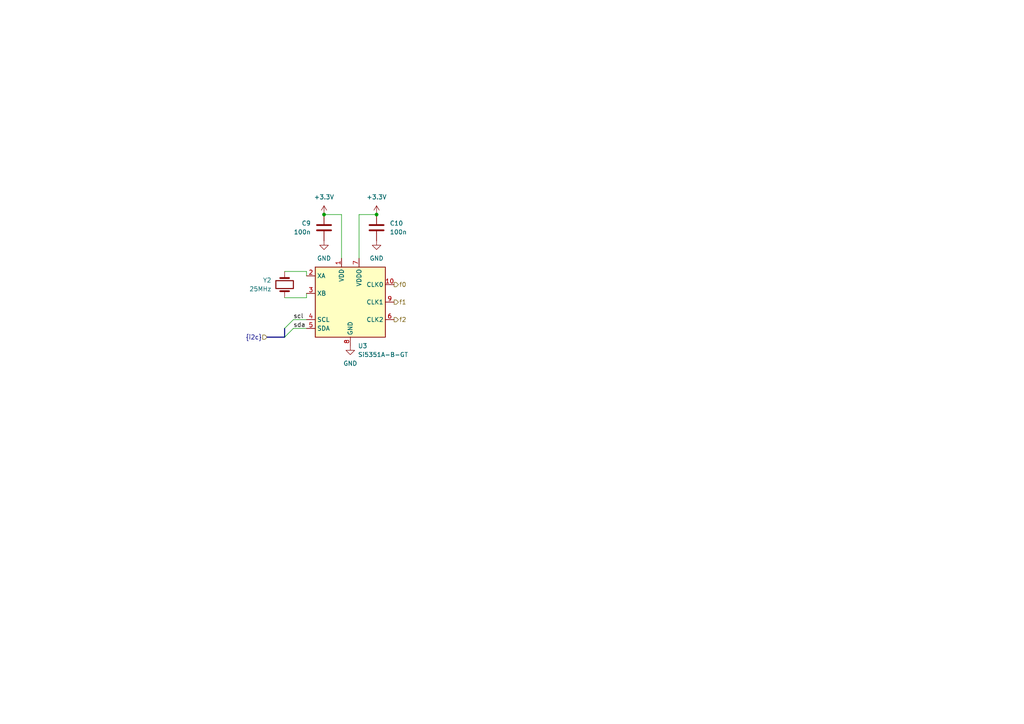
<source format=kicad_sch>
(kicad_sch (version 20230121) (generator eeschema)
  (paper "A4")
  (lib_symbols
    (symbol "Device:C" (pin_numbers hide) (pin_names (offset 0.254))
      (property "Reference" "C" (at 0.635 2.54 0))
      (property "Value" "C" (at 0.635 -2.54 0))
      (symbol "C_0_1"
        (polyline (pts (xy -2.032 -0.762) (xy 2.032 -0.762)) (stroke (width 0.508)))
        (polyline (pts (xy -2.032 0.762) (xy 2.032 0.762)) (stroke (width 0.508)))
      )
      (symbol "C_1_1"
        (pin passive line (at 0 3.81 270) (length 2.794) (name "~") (number "1"))
        (pin passive line (at 0 -3.81 90) (length 2.794) (name "~") (number "2"))
      )
    )
    (symbol "Device:Crystal" (pin_numbers hide) (pin_names (offset 1.016) hide)
      (property "Reference" "Y" (at 0 3.81 0))
      (property "Value" "Crystal" (at 0 -3.81 0))
      (symbol "Crystal_0_1"
        (rectangle (start -1.143 2.54) (end 1.143 -2.54) (stroke (width 0.3048)))
        (polyline (pts (xy -2.54 0) (xy -1.905 0)))
        (polyline (pts (xy -1.905 -1.27) (xy -1.905 1.27)) (stroke (width 0.508)))
        (polyline (pts (xy 1.905 -1.27) (xy 1.905 1.27)) (stroke (width 0.508)))
        (polyline (pts (xy 2.54 0) (xy 1.905 0)))
      )
      (symbol "Crystal_1_1"
        (pin passive line (at -3.81 0 0) (length 1.27) (name "1") (number "1"))
        (pin passive line (at 3.81 0 180) (length 1.27) (name "2") (number "2"))
      )
    )
    (symbol "Oscillator:Si5351A-B-GT"
      (property "Reference" "U" (at -8.89 11.43 0))
      (property "Value" "Si5351A-B-GT" (at -12.7 -12.7 0))
      (symbol "Si5351A-B-GT_0_1"
        (rectangle (start -10.16 10.16) (end 10.16 -10.16) (stroke (width 0.254)) (fill (type background)))
      )
      (symbol "Si5351A-B-GT_1_1"
        (pin power_in line (at -2.54 12.7 270) (length 2.54) (name "VDD") (number "1"))
        (pin output line (at 12.7 5.08 180) (length 2.54) (name "CLK0") (number "10"))
        (pin input line (at -12.7 7.62 0) (length 2.54) (name "XA") (number "2"))
        (pin input line (at -12.7 2.54 0) (length 2.54) (name "XB") (number "3"))
        (pin input line (at -12.7 -5.08 0) (length 2.54) (name "SCL") (number "4"))
        (pin bidirectional line (at -12.7 -7.62 0) (length 2.54) (name "SDA") (number "5"))
        (pin output line (at 12.7 -5.08 180) (length 2.54) (name "CLK2") (number "6"))
        (pin power_in line (at 2.54 12.7 270) (length 2.54) (name "VDDO") (number "7"))
        (pin power_in line (at 0 -12.7 90) (length 2.54) (name "GND") (number "8"))
        (pin output line (at 12.7 0 180) (length 2.54) (name "CLK1") (number "9"))
      )
    )
    (symbol "power:+3.3V" (power) (pin_names (offset 0))
      (property "Value" "+3.3V" (at 0 3.556 0))
      (symbol "+3.3V_0_1"
        (polyline (pts (xy -0.762 1.27) (xy 0 2.54)))
        (polyline (pts (xy 0 0) (xy 0 2.54)))
        (polyline (pts (xy 0 2.54) (xy 0.762 1.27)))
      )
      (symbol "+3.3V_1_1"
        (pin power_in line (at 0 0 90) (length 0) hide (name "+3.3V") (number "1"))
      )
    )
    (symbol "power:GND" (power) (pin_names (offset 0))
      (property "Value" "GND" (at 0 -3.81 0))
      (symbol "GND_0_1"
        (polyline (pts (xy 0 0) (xy 0 -1.27) (xy 1.27 -1.27) (xy 0 -2.54) (xy -1.27 -1.27) (xy 0 -1.27)))
      )
      (symbol "GND_1_1"
        (pin power_in line (at 0 0 270) (length 0) hide (name "GND") (number "1"))
      )
    )
  )
  (junction (at 93.98 62.23))
  (junction (at 109.22 62.23))
  (bus_entry (at 82.55 95.25) (size 2.54 -2.54))
  (bus_entry (at 82.55 97.79) (size 2.54 -2.54))
  (wire (pts (xy 99.06 62.23) (xy 99.06 74.93)))
  (wire (pts (xy 85.09 95.25) (xy 88.9 95.25)))
  (wire (pts (xy 104.14 74.93) (xy 104.14 62.23)))
  (wire (pts (xy 88.9 86.36) (xy 82.55 86.36)))
  (wire (pts (xy 93.98 62.23) (xy 99.06 62.23)))
  (wire (pts (xy 82.55 78.74) (xy 88.9 78.74)))
  (wire (pts (xy 88.9 85.09) (xy 88.9 86.36)))
  (bus (pts (xy 77.47 97.79) (xy 82.55 97.79)))
  (wire (pts (xy 88.9 78.74) (xy 88.9 80.01)))
  (wire (pts (xy 104.14 62.23) (xy 109.22 62.23)))
  (bus (pts (xy 82.55 95.25) (xy 82.55 97.79)))
  (wire (pts (xy 85.09 92.71) (xy 88.9 92.71)))
  (label "scl" (at 85.09 92.71 0))
  (label "sda" (at 85.09 95.25 0))
  (hierarchical_label "{i2c}" (shape input) (at 77.47 97.79 180))
  (hierarchical_label "f2" (shape output) (at 114.3 92.71 0))
  (hierarchical_label "f1" (shape output) (at 114.3 87.63 0))
  (hierarchical_label "f0" (shape output) (at 114.3 82.55 0))
  (symbol (lib_id "Device:Crystal") (at 82.55 82.55 90) (mirror x) (unit 1)
    (property "Reference" "Y2" (at 78.74 81.28 90) (effects (justify left)))
    (property "Value" "25MHz" (at 78.74 83.82 90) (effects (justify left)))
  )
  (symbol (lib_id "power:+3.3V") (at 109.22 62.23 0) (unit 1)
    (property "Reference" "#PWR036" (effects hide))
    (property "Value" "+3.3V" (at 109.22 57.15 0))
    (instances (project "main" (path "" (reference "#PWR036") (unit 1)) (path "" (reference "#PWR035") (unit 1))))
  )
  (symbol (lib_id "Device:C") (at 93.98 66.04 0) (mirror y) (unit 1)
    (property "Reference" "C9" (at 90.17 64.77 0) (effects (justify left)))
    (property "Value" "100n" (at 90.17 67.31 0) (effects (justify left)))
  )
  (symbol (lib_id "Device:C") (at 109.22 66.04 0) (unit 1)
    (property "Reference" "C10" (at 113.03 64.77 0) (effects (justify left)))
    (property "Value" "100n" (at 113.03 67.31 0) (effects (justify left)))
  )
  (symbol (lib_id "Oscillator:Si5351A-B-GT") (at 101.6 87.63 0) (unit 1)
    (property "Reference" "U3" (at 103.7941 100.33 0) (effects (justify left)))
    (property "Value" "Si5351A-B-GT" (at 103.7941 102.87 0) (effects (justify left)))
    (property "Footprint" "Package_SO:MSOP-10_3x3mm_P0.5mm" (effects hide))
    (property "Datasheet" "https://www.silabs.com/documents/public/data-sheets/Si5351-B.pdf" (effects hide))
  )
  (symbol (lib_id "power:GND") (at 109.22 69.85 0) (unit 1)
    (property "Reference" "#PWR034" (effects hide))
    (property "Value" "GND" (at 109.22 74.93 0))
    (instances (project "main" (path "" (reference "#PWR034") (unit 1)) (path "" (reference "#PWR036") (unit 1))))
  )
  (symbol (lib_id "power:GND") (at 93.98 69.85 0) (unit 1)
    (property "Reference" "#PWR033" (effects hide))
    (property "Value" "GND" (at 93.98 74.93 0))
  )
  (symbol (lib_id "power:+3.3V") (at 93.98 62.23 0) (unit 1)
    (property "Reference" "#PWR035" (effects hide))
    (property "Value" "+3.3V" (at 93.98 57.15 0))
    (instances (project "main" (path "" (reference "#PWR035") (unit 1)) (path "" (reference "#PWR032") (unit 1))))
  )
  (symbol (lib_id "power:GND") (at 101.6 100.33 0) (unit 1)
    (property "Reference" "#PWR032" (effects hide))
    (property "Value" "GND" (at 101.6 105.41 0))
    (instances (project "main" (path "" (reference "#PWR032") (unit 1)) (path "" (reference "#PWR034") (unit 1))))
  )
)
</source>
